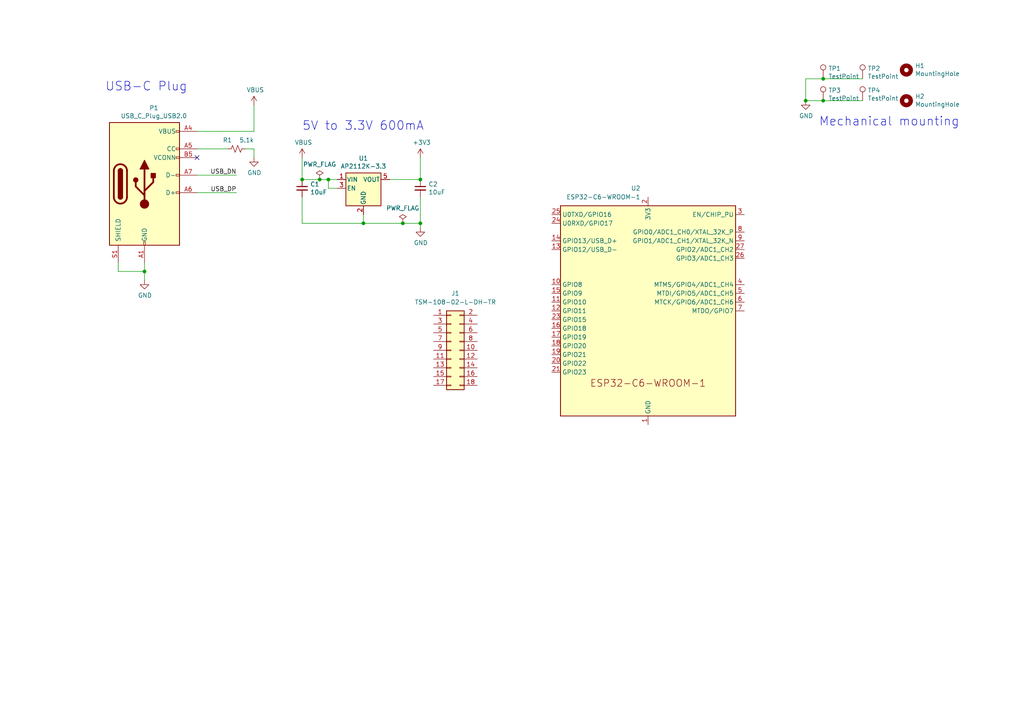
<source format=kicad_sch>
(kicad_sch (version 20231120) (generator "eeschema") (generator_version "8.0")
  (paper "A4")
  (title_block (title "Expansion Card Template") (date "2020-12-12") (rev "X1") (company "Framework") (comment 1 "This work is licensed under a Creative Commons Attribution 4.0 International License") (comment 4 "https://frame.work"))
  (lib_symbols
    (symbol "Connector:TestPoint" (pin_numbers hide) (pin_names (offset 0.762) hide)
      (property "Reference" "TP" (at 0 6.858 0))
      (property "Value" "TestPoint" (at 0 5.08 0))
      (symbol "TestPoint_0_1"
        (circle (center 0 3.302) (radius 0.762))
      )
      (symbol "TestPoint_1_1"
        (pin passive line (at 0 0 90) (length 2.54) (name "1") (number "1"))
      )
    )
    (symbol "Connector:USB_C_Plug_USB2.0" (pin_names (offset 1.016))
      (property "Reference" "P" (at -10.16 19.05 0))
      (property "Value" "USB_C_Plug_USB2.0" (at 12.7 19.05 0))
      (symbol "USB_C_Plug_USB2.0_0_0"
        (rectangle (start -0.254 -17.78) (end 0.254 -16.764))
        (rectangle (start 10.16 -2.286) (end 9.144 -2.794))
        (rectangle (start 10.16 2.794) (end 9.144 2.286))
        (rectangle (start 10.16 7.874) (end 9.144 7.366))
        (rectangle (start 10.16 10.414) (end 9.144 9.906))
        (rectangle (start 10.16 15.494) (end 9.144 14.986))
      )
      (symbol "USB_C_Plug_USB2.0_0_1"
        (rectangle (start -10.16 17.78) (end 10.16 -17.78) (stroke (width 0.254)) (fill (type background)))
        (arc (start -8.89 -3.81) (mid -6.985 -5.7067) (end -5.08 -3.81) (stroke (width 0.508)))
        (arc (start -7.62 -3.81) (mid -6.985 -4.4423) (end -6.35 -3.81) (stroke (width 0.254)))
        (arc (start -7.62 -3.81) (mid -6.985 -4.4423) (end -6.35 -3.81) (stroke (width 0.254)) (fill (type outline)))
        (rectangle (start -7.62 -3.81) (end -6.35 3.81) (stroke (width 0.254)) (fill (type outline)))
        (arc (start -6.35 3.81) (mid -6.985 4.4423) (end -7.62 3.81) (stroke (width 0.254)))
        (arc (start -6.35 3.81) (mid -6.985 4.4423) (end -7.62 3.81) (stroke (width 0.254)) (fill (type outline)))
        (arc (start -5.08 3.81) (mid -6.985 5.7067) (end -8.89 3.81) (stroke (width 0.508)))
        (circle (center -2.54 1.143) (radius 0.635) (stroke (width 0.254)) (fill (type outline)))
        (circle (center 0 -5.842) (radius 1.27) (fill (type outline)))
        (polyline (pts (xy -8.89 -3.81) (xy -8.89 3.81)) (stroke (width 0.508)))
        (polyline (pts (xy -5.08 3.81) (xy -5.08 -3.81)) (stroke (width 0.508)))
        (polyline (pts (xy 0 -5.842) (xy 0 4.318)) (stroke (width 0.508)))
        (polyline (pts (xy 0 -3.302) (xy -2.54 -0.762) (xy -2.54 0.508)) (stroke (width 0.508)))
        (polyline (pts (xy 0 -2.032) (xy 2.54 0.508) (xy 2.54 1.778)) (stroke (width 0.508)))
        (polyline (pts (xy -1.27 4.318) (xy 0 6.858) (xy 1.27 4.318) (xy -1.27 4.318)) (stroke (width 0.254)) (fill (type outline)))
        (rectangle (start 1.905 1.778) (end 3.175 3.048) (stroke (width 0.254)) (fill (type outline)))
      )
      (symbol "USB_C_Plug_USB2.0_1_1"
        (pin passive line (at 0 -22.86 90) (length 5.08) (name "GND") (number "A1"))
        (pin passive line (at 0 -22.86 90) (length 5.08) hide (name "GND") (number "A12"))
        (pin passive line (at 15.24 15.24 180) (length 5.08) (name "VBUS") (number "A4"))
        (pin bidirectional line (at 15.24 10.16 180) (length 5.08) (name "CC") (number "A5"))
        (pin bidirectional line (at 15.24 -2.54 180) (length 5.08) (name "D+") (number "A6"))
        (pin bidirectional line (at 15.24 2.54 180) (length 5.08) (name "D-") (number "A7"))
        (pin passive line (at 15.24 15.24 180) (length 5.08) hide (name "VBUS") (number "A9"))
        (pin passive line (at 0 -22.86 90) (length 5.08) hide (name "GND") (number "B1"))
        (pin passive line (at 0 -22.86 90) (length 5.08) hide (name "GND") (number "B12"))
        (pin passive line (at 15.24 15.24 180) (length 5.08) hide (name "VBUS") (number "B4"))
        (pin bidirectional line (at 15.24 7.62 180) (length 5.08) (name "VCONN") (number "B5"))
        (pin passive line (at 15.24 15.24 180) (length 5.08) hide (name "VBUS") (number "B9"))
        (pin passive line (at -7.62 -22.86 90) (length 5.08) (name "SHIELD") (number "S1"))
      )
    )
    (symbol "Connector_Generic:Conn_02x09_Odd_Even" (pin_names (offset 1.016) hide)
      (property "Reference" "J" (at 1.27 12.7 0))
      (property "Value" "Conn_02x09_Odd_Even" (at 1.27 -12.7 0))
      (symbol "Conn_02x09_Odd_Even_1_1"
        (rectangle (start -1.27 -10.033) (end 0 -10.287) (stroke (width 0.1524)))
        (rectangle (start -1.27 -7.493) (end 0 -7.747) (stroke (width 0.1524)))
        (rectangle (start -1.27 -4.953) (end 0 -5.207) (stroke (width 0.1524)))
        (rectangle (start -1.27 -2.413) (end 0 -2.667) (stroke (width 0.1524)))
        (rectangle (start -1.27 0.127) (end 0 -0.127) (stroke (width 0.1524)))
        (rectangle (start -1.27 2.667) (end 0 2.413) (stroke (width 0.1524)))
        (rectangle (start -1.27 5.207) (end 0 4.953) (stroke (width 0.1524)))
        (rectangle (start -1.27 7.747) (end 0 7.493) (stroke (width 0.1524)))
        (rectangle (start -1.27 10.287) (end 0 10.033) (stroke (width 0.1524)))
        (rectangle (start -1.27 11.43) (end 3.81 -11.43) (stroke (width 0.254)) (fill (type background)))
        (rectangle (start 3.81 -10.033) (end 2.54 -10.287) (stroke (width 0.1524)))
        (rectangle (start 3.81 -7.493) (end 2.54 -7.747) (stroke (width 0.1524)))
        (rectangle (start 3.81 -4.953) (end 2.54 -5.207) (stroke (width 0.1524)))
        (rectangle (start 3.81 -2.413) (end 2.54 -2.667) (stroke (width 0.1524)))
        (rectangle (start 3.81 0.127) (end 2.54 -0.127) (stroke (width 0.1524)))
        (rectangle (start 3.81 2.667) (end 2.54 2.413) (stroke (width 0.1524)))
        (rectangle (start 3.81 5.207) (end 2.54 4.953) (stroke (width 0.1524)))
        (rectangle (start 3.81 7.747) (end 2.54 7.493) (stroke (width 0.1524)))
        (rectangle (start 3.81 10.287) (end 2.54 10.033) (stroke (width 0.1524)))
        (pin passive line (at -5.08 10.16 0) (length 3.81) (name "Pin_1") (number "1"))
        (pin passive line (at 7.62 0 180) (length 3.81) (name "Pin_10") (number "10"))
        (pin passive line (at -5.08 -2.54 0) (length 3.81) (name "Pin_11") (number "11"))
        (pin passive line (at 7.62 -2.54 180) (length 3.81) (name "Pin_12") (number "12"))
        (pin passive line (at -5.08 -5.08 0) (length 3.81) (name "Pin_13") (number "13"))
        (pin passive line (at 7.62 -5.08 180) (length 3.81) (name "Pin_14") (number "14"))
        (pin passive line (at -5.08 -7.62 0) (length 3.81) (name "Pin_15") (number "15"))
        (pin passive line (at 7.62 -7.62 180) (length 3.81) (name "Pin_16") (number "16"))
        (pin passive line (at -5.08 -10.16 0) (length 3.81) (name "Pin_17") (number "17"))
        (pin passive line (at 7.62 -10.16 180) (length 3.81) (name "Pin_18") (number "18"))
        (pin passive line (at 7.62 10.16 180) (length 3.81) (name "Pin_2") (number "2"))
        (pin passive line (at -5.08 7.62 0) (length 3.81) (name "Pin_3") (number "3"))
        (pin passive line (at 7.62 7.62 180) (length 3.81) (name "Pin_4") (number "4"))
        (pin passive line (at -5.08 5.08 0) (length 3.81) (name "Pin_5") (number "5"))
        (pin passive line (at 7.62 5.08 180) (length 3.81) (name "Pin_6") (number "6"))
        (pin passive line (at -5.08 2.54 0) (length 3.81) (name "Pin_7") (number "7"))
        (pin passive line (at 7.62 2.54 180) (length 3.81) (name "Pin_8") (number "8"))
        (pin passive line (at -5.08 0 0) (length 3.81) (name "Pin_9") (number "9"))
      )
    )
    (symbol "Device:C_Small" (pin_numbers hide) (pin_names (offset 0.254) hide)
      (property "Reference" "C" (at 0.254 1.778 0))
      (property "Value" "C_Small" (at 0.254 -2.032 0))
      (symbol "C_Small_0_1"
        (polyline (pts (xy -1.524 -0.508) (xy 1.524 -0.508)) (stroke (width 0.3302)))
        (polyline (pts (xy -1.524 0.508) (xy 1.524 0.508)) (stroke (width 0.3048)))
      )
      (symbol "C_Small_1_1"
        (pin passive line (at 0 2.54 270) (length 2.032) (name "~") (number "1"))
        (pin passive line (at 0 -2.54 90) (length 2.032) (name "~") (number "2"))
      )
    )
    (symbol "Device:R_Small_US" (pin_numbers hide) (pin_names (offset 0.254) hide)
      (property "Reference" "R" (at 0.762 0.508 0))
      (property "Value" "R_Small_US" (at 0.762 -1.016 0))
      (symbol "R_Small_US_1_1"
        (polyline (pts (xy 0 0) (xy 1.016 -0.381) (xy 0 -0.762) (xy -1.016 -1.143) (xy 0 -1.524)))
        (polyline (pts (xy 0 1.524) (xy 1.016 1.143) (xy 0 0.762) (xy -1.016 0.381) (xy 0 0)))
        (pin passive line (at 0 2.54 270) (length 1.016) (name "~") (number "1"))
        (pin passive line (at 0 -2.54 90) (length 1.016) (name "~") (number "2"))
      )
    )
    (symbol "Espressif:ESP32-C6-WROOM-1"
      (property "Reference" "U" (at -25.4 35.56 0))
      (property "Value" "ESP32-C6-WROOM-1" (at -25.4 33.02 0))
      (symbol "ESP32-C6-WROOM-1_0_0"
        (text "ESP32-C6-WROOM-1" (at 0 -20.955 0) (effects (font (size 2 2))))
      )
      (symbol "ESP32-C6-WROOM-1_0_1"
        (rectangle (start -25.4 30.48) (end 25.4 -30.48) (stroke (width 0.254)) (fill (type background)))
      )
      (symbol "ESP32-C6-WROOM-1_1_1"
        (pin power_in line (at 0 -33.02 90) (length 2.54) (name "GND") (number "1"))
        (pin bidirectional line (at 27.94 7.62 180) (length 2.54) (name "GPIO8") (number "10"))
        (pin bidirectional line (at 27.94 2.54 180) (length 2.54) (name "GPIO10") (number "11"))
        (pin bidirectional line (at 27.94 0 180) (length 2.54) (name "GPIO11") (number "12"))
        (pin bidirectional line (at 27.94 17.78 180) (length 2.54) (name "GPIO12/USB_D-") (number "13"))
        (pin bidirectional line (at 27.94 20.32 180) (length 2.54) (name "GPIO13/USB_D+") (number "14"))
        (pin bidirectional line (at 27.94 5.08 180) (length 2.54) (name "GPIO9") (number "15"))
        (pin bidirectional line (at 27.94 -5.08 180) (length 2.54) (name "GPIO18") (number "16"))
        (pin bidirectional line (at 27.94 -7.62 180) (length 2.54) (name "GPIO19") (number "17"))
        (pin bidirectional line (at 27.94 -10.16 180) (length 2.54) (name "GPIO20") (number "18"))
        (pin bidirectional line (at 27.94 -12.7 180) (length 2.54) (name "GPIO21") (number "19"))
        (pin power_in line (at 0 33.02 270) (length 2.54) (name "3V3") (number "2"))
        (pin bidirectional line (at 27.94 -15.24 180) (length 2.54) (name "GPIO22") (number "20"))
        (pin bidirectional line (at 27.94 -17.78 180) (length 2.54) (name "GPIO23") (number "21"))
        (pin no_connect line (at -25.4 -12.7 0) (length 2.54) hide (name "NC") (number "22"))
        (pin bidirectional line (at 27.94 -2.54 180) (length 2.54) (name "GPIO15") (number "23"))
        (pin bidirectional line (at 27.94 25.4 180) (length 2.54) (name "U0RXD/GPIO17") (number "24"))
        (pin bidirectional line (at 27.94 27.94 180) (length 2.54) (name "U0TXD/GPIO16") (number "25"))
        (pin bidirectional line (at -27.94 15.24 0) (length 2.54) (name "GPIO3/ADC1_CH3") (number "26"))
        (pin bidirectional line (at -27.94 17.78 0) (length 2.54) (name "GPIO2/ADC1_CH2") (number "27"))
        (pin passive line (at 0 -33.02 90) (length 2.54) hide (name "GND") (number "28"))
        (pin passive line (at 0 -33.02 90) (length 2.54) hide (name "GND") (number "29"))
        (pin input line (at -27.94 27.94 0) (length 2.54) (name "EN/CHIP_PU") (number "3"))
        (pin bidirectional line (at -27.94 7.62 0) (length 2.54) (name "MTMS/GPIO4/ADC1_CH4") (number "4"))
        (pin bidirectional line (at -27.94 5.08 0) (length 2.54) (name "MTDI/GPIO5/ADC1_CH5") (number "5"))
        (pin bidirectional line (at -27.94 2.54 0) (length 2.54) (name "MTCK/GPIO6/ADC1_CH6") (number "6"))
        (pin bidirectional line (at -27.94 0 0) (length 2.54) (name "MTDO/GPIO7") (number "7"))
        (pin bidirectional line (at -27.94 22.86 0) (length 2.54) (name "GPIO0/ADC1_CH0/XTAL_32K_P") (number "8"))
        (pin bidirectional line (at -27.94 20.32 0) (length 2.54) (name "GPIO1/ADC1_CH1/XTAL_32K_N") (number "9"))
      )
    )
    (symbol "Expansion_Card-rescue:+3.3V-power" (power) (pin_names (offset 0))
      (property "Value" "power_+3.3V" (at 0 3.556 0))
      (symbol "+3.3V-power_0_1"
        (polyline (pts (xy -0.762 1.27) (xy 0 2.54)))
        (polyline (pts (xy 0 0) (xy 0 2.54)))
        (polyline (pts (xy 0 2.54) (xy 0.762 1.27)))
      )
      (symbol "+3.3V-power_1_1"
        (pin power_in line (at 0 0 90) (length 0) hide (name "+3V3") (number "1"))
      )
    )
    (symbol "Expansion_Card-rescue:GND-power" (power) (pin_names (offset 0))
      (property "Value" "power_GND" (at 0 -3.81 0))
      (symbol "GND-power_0_1"
        (polyline (pts (xy 0 0) (xy 0 -1.27) (xy 1.27 -1.27) (xy 0 -2.54) (xy -1.27 -1.27) (xy 0 -1.27)))
      )
      (symbol "GND-power_1_1"
        (pin power_in line (at 0 0 270) (length 0) hide (name "GND") (number "1"))
      )
    )
    (symbol "Expansion_Card-rescue:PWR_FLAG-power" (power) (pin_numbers hide) (pin_names (offset 0) hide)
      (property "Value" "power_PWR_FLAG" (at 0 3.81 0))
      (symbol "PWR_FLAG-power_0_0"
        (pin power_out line (at 0 0 90) (length 0) (name "pwr") (number "1"))
      )
      (symbol "PWR_FLAG-power_0_1"
        (polyline (pts (xy 0 0) (xy 0 1.27) (xy -1.016 1.905) (xy 0 2.54) (xy 1.016 1.905) (xy 0 1.27)))
      )
    )
    (symbol "Expansion_Card-rescue:VBUS-power" (power) (pin_names (offset 0))
      (property "Value" "power_VBUS" (at 0 3.81 0))
      (symbol "VBUS-power_0_1"
        (polyline (pts (xy -0.762 1.27) (xy 0 2.54)))
        (polyline (pts (xy 0 0) (xy 0 2.54)))
        (polyline (pts (xy 0 2.54) (xy 0.762 1.27)))
      )
      (symbol "VBUS-power_1_1"
        (pin power_in line (at 0 0 90) (length 0) hide (name "VBUS") (number "1"))
      )
    )
    (symbol "Mechanical:MountingHole" (pin_names (offset 1.016)) (exclude_from_sim yes) (in_bom no)
      (property "Reference" "H" (at 0 5.08 0))
      (property "Value" "MountingHole" (at 0 3.175 0))
      (symbol "MountingHole_0_1"
        (circle (center 0 0) (radius 1.27) (stroke (width 1.27)))
      )
    )
    (symbol "Regulator_Linear:AP2112K-3.3" (pin_names (offset 0.254))
      (property "Reference" "U" (at -5.08 5.715 0))
      (property "Value" "AP2112K-3.3" (at 0 5.715 0))
      (symbol "AP2112K-3.3_0_1"
        (rectangle (start -5.08 4.445) (end 5.08 -5.08) (stroke (width 0.254)) (fill (type background)))
      )
      (symbol "AP2112K-3.3_1_1"
        (pin power_in line (at -7.62 2.54 0) (length 2.54) (name "VIN") (number "1"))
        (pin power_in line (at 0 -7.62 90) (length 2.54) (name "GND") (number "2"))
        (pin input line (at -7.62 0 0) (length 2.54) (name "EN") (number "3"))
        (pin no_connect line (at 5.08 0 180) (length 2.54) hide (name "NC") (number "4"))
        (pin power_out line (at 7.62 2.54 180) (length 2.54) (name "VOUT") (number "5"))
      )
    )
  )
  (junction (at 121.92 52.07))
  (junction (at 105.41 64.77))
  (junction (at 238.76 29.21))
  (junction (at 121.92 64.77))
  (junction (at 41.91 78.74))
  (junction (at 233.68 29.21))
  (junction (at 116.84 64.77))
  (junction (at 87.63 52.07))
  (junction (at 92.71 52.07))
  (junction (at 238.76 22.86))
  (junction (at 95.25 52.07))
  (no_connect (at 57.15 45.72))
  (wire (pts (xy 57.15 55.88) (xy 68.58 55.88)))
  (wire (pts (xy 34.29 78.74) (xy 41.91 78.74)))
  (wire (pts (xy 41.91 78.74) (xy 41.91 76.2)))
  (wire (pts (xy 73.66 43.18) (xy 73.66 45.72)))
  (wire (pts (xy 95.25 54.61) (xy 95.25 52.07)))
  (wire (pts (xy 71.12 43.18) (xy 73.66 43.18)))
  (wire (pts (xy 250.19 22.86) (xy 238.76 22.86)))
  (wire (pts (xy 87.63 52.07) (xy 92.71 52.07)))
  (wire (pts (xy 113.03 52.07) (xy 121.92 52.07)))
  (wire (pts (xy 57.15 43.18) (xy 66.04 43.18)))
  (wire (pts (xy 73.66 38.1) (xy 73.66 30.48)))
  (wire (pts (xy 57.15 38.1) (xy 73.66 38.1)))
  (wire (pts (xy 95.25 52.07) (xy 97.79 52.07)))
  (wire (pts (xy 97.79 54.61) (xy 95.25 54.61)))
  (wire (pts (xy 233.68 22.86) (xy 233.68 29.21)))
  (wire (pts (xy 41.91 81.28) (xy 41.91 78.74)))
  (wire (pts (xy 238.76 22.86) (xy 233.68 22.86)))
  (wire (pts (xy 238.76 29.21) (xy 233.68 29.21)))
  (wire (pts (xy 105.41 64.77) (xy 116.84 64.77)))
  (wire (pts (xy 250.19 29.21) (xy 238.76 29.21)))
  (wire (pts (xy 121.92 45.72) (xy 121.92 52.07)))
  (wire (pts (xy 87.63 57.15) (xy 87.63 64.77)))
  (wire (pts (xy 105.41 62.23) (xy 105.41 64.77)))
  (wire (pts (xy 87.63 64.77) (xy 105.41 64.77)))
  (wire (pts (xy 121.92 64.77) (xy 121.92 66.04)))
  (wire (pts (xy 34.29 76.2) (xy 34.29 78.74)))
  (wire (pts (xy 121.92 57.15) (xy 121.92 64.77)))
  (wire (pts (xy 116.84 64.77) (xy 121.92 64.77)))
  (wire (pts (xy 57.15 50.8) (xy 68.58 50.8)))
  (wire (pts (xy 87.63 45.72) (xy 87.63 52.07)))
  (wire (pts (xy 92.71 52.07) (xy 95.25 52.07)))
  (text "5V to 3.3V 600mA" (at 87.63 38.1 0) (effects (font (size 2.54 2.54)) (justify left bottom)))
  (text "USB-C Plug" (at 30.48 26.67 0) (effects (font (size 2.54 2.54)) (justify left bottom)))
  (text "Mechanical mounting" (at 237.49 36.83 0) (effects (font (size 2.54 2.54)) (justify left bottom)))
  (label "USB_DP" (at 68.58 55.88 180))
  (label "USB_DN" (at 68.58 50.8 180))
  (symbol (lib_id "Regulator_Linear:AP2112K-3.3") (at 105.41 54.61 0) (unit 1)
    (property "Reference" "U1" (at 105.41 45.9232 0))
    (property "Value" "AP2112K-3.3" (at 105.41 48.2346 0))
    (property "Footprint" "Package_TO_SOT_SMD:SOT-23-5" (effects (hide yes)))
    (property "Datasheet" "https://www.diodes.com/assets/Datasheets/AP2112.pdf" (effects (hide yes)))
  )
  (symbol (lib_id "Device:C_Small") (at 87.63 54.61 0) (unit 1)
    (property "Reference" "C1" (at 89.9668 53.4416 0) (effects (justify left)))
    (property "Value" "10uF" (at 89.9668 55.753 0) (effects (justify left)))
    (property "Footprint" "Capacitor_SMD:C_0805_2012Metric" (effects (hide yes)))
  )
  (symbol (lib_id "Device:C_Small") (at 121.92 54.61 0) (unit 1)
    (property "Reference" "C2" (at 124.2568 53.4416 0) (effects (justify left)))
    (property "Value" "10uF" (at 124.2568 55.753 0) (effects (justify left)))
    (property "Footprint" "Capacitor_SMD:C_0805_2012Metric" (effects (hide yes)))
  )
  (symbol (lib_id "Expansion_Card-rescue:+3.3V-power") (at 121.92 45.72 0) (unit 1)
    (property "Reference" "#PWR05" (effects (hide yes)))
    (property "Value" "+3V3" (at 122.301 41.3258 0))
  )
  (symbol (lib_id "Expansion_Card-rescue:GND-power") (at 121.92 66.04 0) (unit 1)
    (property "Reference" "#PWR06" (effects (hide yes)))
    (property "Value" "GND" (at 122.047 70.4342 0))
  )
  (symbol (lib_id "Expansion_Card-rescue:VBUS-power") (at 87.63 45.72 0) (unit 1)
    (property "Reference" "#PWR04" (effects (hide yes)))
    (property "Value" "VBUS" (at 88.011 41.3258 0))
  )
  (symbol (lib_id "Connector:USB_C_Plug_USB2.0") (at 41.91 53.34 0) (unit 1)
    (property "Reference" "P1" (at 44.6278 31.3182 0))
    (property "Value" "USB_C_Plug_USB2.0" (at 44.6278 33.6296 0))
    (property "Footprint" "Expansion_Card:USB_C_Plug_Molex_105444" (effects (hide yes)))
    (property "Datasheet" "https://www.usb.org/sites/default/files/documents/usb_type-c.zip" (effects (hide yes)))
  )
  (symbol (lib_id "Device:R_Small_US") (at 68.58 43.18 90) (unit 1)
    (property "Reference" "R1" (at 67.31 40.64 90) (effects (justify left)))
    (property "Value" "5.1k" (at 73.66 40.64 90) (effects (justify left)))
    (property "Footprint" "Resistor_SMD:R_0603_1608Metric" (effects (hide yes)))
  )
  (symbol (lib_id "Expansion_Card-rescue:GND-power") (at 41.91 81.28 0) (unit 1)
    (property "Reference" "#PWR01" (effects (hide yes)))
    (property "Value" "GND" (at 42.037 85.6742 0))
  )
  (symbol (lib_id "Expansion_Card-rescue:GND-power") (at 73.66 45.72 0) (unit 1)
    (property "Reference" "#PWR03" (effects (hide yes)))
    (property "Value" "GND" (at 73.787 50.1142 0))
  )
  (symbol (lib_id "Expansion_Card-rescue:VBUS-power") (at 73.66 30.48 0) (unit 1)
    (property "Reference" "#PWR02" (effects (hide yes)))
    (property "Value" "VBUS" (at 74.041 26.0858 0))
  )
  (symbol (lib_id "Mechanical:MountingHole") (at 262.89 20.32 0) (unit 1)
    (property "Reference" "H1" (at 265.43 19.0754 0) (effects (justify left)))
    (property "Value" "MountingHole" (at 265.43 21.3868 0) (effects (justify left)))
    (property "Footprint" "MountingHole:MountingHole_2.2mm_M2" (effects (hide yes)))
  )
  (symbol (lib_id "Mechanical:MountingHole") (at 262.89 29.21 0) (unit 1)
    (property "Reference" "H2" (at 265.43 27.9654 0) (effects (justify left)))
    (property "Value" "MountingHole" (at 265.43 30.2768 0) (effects (justify left)))
    (property "Footprint" "MountingHole:MountingHole_2.2mm_M2" (effects (hide yes)))
  )
  (symbol (lib_id "Expansion_Card-rescue:PWR_FLAG-power") (at 92.71 52.07 0) (unit 1)
    (property "Reference" "#FLG01" (effects (hide yes)))
    (property "Value" "PWR_FLAG" (at 92.71 47.6758 0))
  )
  (symbol (lib_id "Expansion_Card-rescue:PWR_FLAG-power") (at 116.84 64.77 0) (unit 1)
    (property "Reference" "#FLG02" (effects (hide yes)))
    (property "Value" "PWR_FLAG" (at 116.84 60.3758 0))
  )
  (symbol (lib_id "Connector:TestPoint") (at 250.19 22.86 0) (unit 1)
    (property "Reference" "TP2" (at 251.6632 19.8628 0) (effects (justify left)))
    (property "Value" "TestPoint" (at 251.6632 22.1742 0) (effects (justify left)))
    (property "Footprint" "TestPoint:TestPoint_Pad_1.5x1.5mm" (effects (hide yes)))
  )
  (symbol (lib_id "Connector:TestPoint") (at 238.76 22.86 0) (unit 1)
    (property "Reference" "TP1" (at 240.2332 19.8628 0) (effects (justify left)))
    (property "Value" "TestPoint" (at 240.2332 22.1742 0) (effects (justify left)))
    (property "Footprint" "TestPoint:TestPoint_Pad_1.5x1.5mm" (effects (hide yes)))
  )
  (symbol (lib_id "Connector:TestPoint") (at 238.76 29.21 0) (unit 1)
    (property "Reference" "TP3" (at 240.2332 26.2128 0) (effects (justify left)))
    (property "Value" "TestPoint" (at 240.2332 28.5242 0) (effects (justify left)))
    (property "Footprint" "TestPoint:TestPoint_Pad_1.5x1.5mm" (effects (hide yes)))
  )
  (symbol (lib_id "Connector:TestPoint") (at 250.19 29.21 0) (unit 1)
    (property "Reference" "TP4" (at 251.6632 26.2128 0) (effects (justify left)))
    (property "Value" "TestPoint" (at 251.6632 28.5242 0) (effects (justify left)))
    (property "Footprint" "TestPoint:TestPoint_Pad_1.5x1.5mm" (effects (hide yes)))
  )
  (symbol (lib_id "Expansion_Card-rescue:GND-power") (at 233.68 29.21 0) (unit 1)
    (property "Reference" "#PWR0101" (effects (hide yes)))
    (property "Value" "GND" (at 233.807 33.6042 0))
  )
  (symbol (lib_id "Connector_Generic:Conn_02x09_Odd_Even") (at 130.81 101.6 0) (unit 1)
    (property "Reference" "J1" (at 132.08 85.09 0))
    (property "Value" "TSM-108-02-L-DH-TR" (at 132.08 87.63 0))
    (property "Footprint" "Connector_PinHeader_2.54mm:PinHeader_2x09_P2.54mm_Vertical_SMD" (effects (hide yes)))
    (property "Datasheet" "https://www.samtec.com/products/tsm" (effects (hide yes)))
    (property "Description" "Generic connector, double row, 02x09, odd/even pin numbering scheme (row 1 odd numbers, row 2 even numbers), script generated (kicad-library-utils/schlib/autogen/connector/)" (effects (hide yes)))
  )
  (symbol (lib_id "Espressif:ESP32-C6-WROOM-1") (at 187.96 90.17 0) (mirror y) (unit 1)
    (property "Reference" "U2" (at 185.7659 54.61 0) (effects (justify left)))
    (property "Value" "ESP32-C6-WROOM-1" (at 185.7659 57.15 0) (effects (justify left)))
    (property "Footprint" "Library:ESP32-C6-WROOM-1" (effects (hide yes)))
    (property "Datasheet" "https://www.espressif.com/sites/default/files/documentation/esp32-c6-wroom-1_wroom-1u_datasheet_en.pdf" (effects (hide yes)))
    (property "Description" "ESP32-C6-WROOM-1/U is a module that supports 2.4 GHz Wi-Fi 6 (802.11 ax), Bluetooth® 5 (LE), Zigbee and Thread (802.15.4)" (effects (hide yes)))
  )
)
</source>
